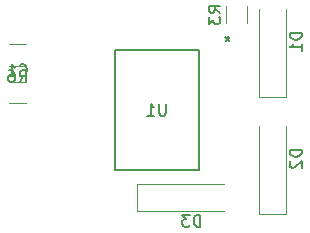
<source format=gbr>
%TF.GenerationSoftware,KiCad,Pcbnew,7.0.7-7.0.7~ubuntu22.04.1*%
%TF.CreationDate,2024-11-14T09:30:22+02:00*%
%TF.ProjectId,EncoderInterface,456e636f-6465-4724-996e-746572666163,rev?*%
%TF.SameCoordinates,PX7e46bbcPY55e586c*%
%TF.FileFunction,Legend,Bot*%
%TF.FilePolarity,Positive*%
%FSLAX46Y46*%
G04 Gerber Fmt 4.6, Leading zero omitted, Abs format (unit mm)*
G04 Created by KiCad (PCBNEW 7.0.7-7.0.7~ubuntu22.04.1) date 2024-11-14 09:30:22*
%MOMM*%
%LPD*%
G01*
G04 APERTURE LIST*
%ADD10C,0.150000*%
%ADD11C,0.152400*%
%ADD12C,0.120000*%
G04 APERTURE END LIST*
D10*
X16622304Y9715181D02*
X16622304Y8905658D01*
X16622304Y8905658D02*
X16574685Y8810420D01*
X16574685Y8810420D02*
X16527066Y8762800D01*
X16527066Y8762800D02*
X16431828Y8715181D01*
X16431828Y8715181D02*
X16241352Y8715181D01*
X16241352Y8715181D02*
X16146114Y8762800D01*
X16146114Y8762800D02*
X16098495Y8810420D01*
X16098495Y8810420D02*
X16050876Y8905658D01*
X16050876Y8905658D02*
X16050876Y9715181D01*
X15050876Y8715181D02*
X15622304Y8715181D01*
X15336590Y8715181D02*
X15336590Y9715181D01*
X15336590Y9715181D02*
X15431828Y9572324D01*
X15431828Y9572324D02*
X15527066Y9477086D01*
X15527066Y9477086D02*
X15622304Y9429467D01*
X21853999Y15480181D02*
X21853999Y15242086D01*
X22092094Y15337324D02*
X21853999Y15242086D01*
X21853999Y15242086D02*
X21615904Y15337324D01*
X21996856Y15051610D02*
X21853999Y15242086D01*
X21853999Y15242086D02*
X21711142Y15051610D01*
X21853999Y15480181D02*
X21853999Y15242086D01*
X22092094Y15337324D02*
X21853999Y15242086D01*
X21853999Y15242086D02*
X21615904Y15337324D01*
X21996856Y15051610D02*
X21853999Y15242086D01*
X21853999Y15242086D02*
X21711142Y15051610D01*
X28108819Y5818095D02*
X27108819Y5818095D01*
X27108819Y5818095D02*
X27108819Y5580000D01*
X27108819Y5580000D02*
X27156438Y5437143D01*
X27156438Y5437143D02*
X27251676Y5341905D01*
X27251676Y5341905D02*
X27346914Y5294286D01*
X27346914Y5294286D02*
X27537390Y5246667D01*
X27537390Y5246667D02*
X27680247Y5246667D01*
X27680247Y5246667D02*
X27870723Y5294286D01*
X27870723Y5294286D02*
X27965961Y5341905D01*
X27965961Y5341905D02*
X28061200Y5437143D01*
X28061200Y5437143D02*
X28108819Y5580000D01*
X28108819Y5580000D02*
X28108819Y5818095D01*
X27204057Y4865714D02*
X27156438Y4818095D01*
X27156438Y4818095D02*
X27108819Y4722857D01*
X27108819Y4722857D02*
X27108819Y4484762D01*
X27108819Y4484762D02*
X27156438Y4389524D01*
X27156438Y4389524D02*
X27204057Y4341905D01*
X27204057Y4341905D02*
X27299295Y4294286D01*
X27299295Y4294286D02*
X27394533Y4294286D01*
X27394533Y4294286D02*
X27537390Y4341905D01*
X27537390Y4341905D02*
X28108819Y4913333D01*
X28108819Y4913333D02*
X28108819Y4294286D01*
X21240819Y17438667D02*
X20764628Y17772000D01*
X21240819Y18010095D02*
X20240819Y18010095D01*
X20240819Y18010095D02*
X20240819Y17629143D01*
X20240819Y17629143D02*
X20288438Y17533905D01*
X20288438Y17533905D02*
X20336057Y17486286D01*
X20336057Y17486286D02*
X20431295Y17438667D01*
X20431295Y17438667D02*
X20574152Y17438667D01*
X20574152Y17438667D02*
X20669390Y17486286D01*
X20669390Y17486286D02*
X20717009Y17533905D01*
X20717009Y17533905D02*
X20764628Y17629143D01*
X20764628Y17629143D02*
X20764628Y18010095D01*
X20240819Y17105333D02*
X20240819Y16486286D01*
X20240819Y16486286D02*
X20621771Y16819619D01*
X20621771Y16819619D02*
X20621771Y16676762D01*
X20621771Y16676762D02*
X20669390Y16581524D01*
X20669390Y16581524D02*
X20717009Y16533905D01*
X20717009Y16533905D02*
X20812247Y16486286D01*
X20812247Y16486286D02*
X21050342Y16486286D01*
X21050342Y16486286D02*
X21145580Y16533905D01*
X21145580Y16533905D02*
X21193200Y16581524D01*
X21193200Y16581524D02*
X21240819Y16676762D01*
X21240819Y16676762D02*
X21240819Y16962476D01*
X21240819Y16962476D02*
X21193200Y17057714D01*
X21193200Y17057714D02*
X21145580Y17105333D01*
X28108819Y15724095D02*
X27108819Y15724095D01*
X27108819Y15724095D02*
X27108819Y15486000D01*
X27108819Y15486000D02*
X27156438Y15343143D01*
X27156438Y15343143D02*
X27251676Y15247905D01*
X27251676Y15247905D02*
X27346914Y15200286D01*
X27346914Y15200286D02*
X27537390Y15152667D01*
X27537390Y15152667D02*
X27680247Y15152667D01*
X27680247Y15152667D02*
X27870723Y15200286D01*
X27870723Y15200286D02*
X27965961Y15247905D01*
X27965961Y15247905D02*
X28061200Y15343143D01*
X28061200Y15343143D02*
X28108819Y15486000D01*
X28108819Y15486000D02*
X28108819Y15724095D01*
X28108819Y14200286D02*
X28108819Y14771714D01*
X28108819Y14486000D02*
X27108819Y14486000D01*
X27108819Y14486000D02*
X27251676Y14581238D01*
X27251676Y14581238D02*
X27346914Y14676476D01*
X27346914Y14676476D02*
X27394533Y14771714D01*
X19534094Y-676819D02*
X19534094Y323181D01*
X19534094Y323181D02*
X19295999Y323181D01*
X19295999Y323181D02*
X19153142Y275562D01*
X19153142Y275562D02*
X19057904Y180324D01*
X19057904Y180324D02*
X19010285Y85086D01*
X19010285Y85086D02*
X18962666Y-105390D01*
X18962666Y-105390D02*
X18962666Y-248247D01*
X18962666Y-248247D02*
X19010285Y-438723D01*
X19010285Y-438723D02*
X19057904Y-533961D01*
X19057904Y-533961D02*
X19153142Y-629200D01*
X19153142Y-629200D02*
X19295999Y-676819D01*
X19295999Y-676819D02*
X19534094Y-676819D01*
X18629332Y323181D02*
X18010285Y323181D01*
X18010285Y323181D02*
X18343618Y-57771D01*
X18343618Y-57771D02*
X18200761Y-57771D01*
X18200761Y-57771D02*
X18105523Y-105390D01*
X18105523Y-105390D02*
X18057904Y-153009D01*
X18057904Y-153009D02*
X18010285Y-248247D01*
X18010285Y-248247D02*
X18010285Y-486342D01*
X18010285Y-486342D02*
X18057904Y-581580D01*
X18057904Y-581580D02*
X18105523Y-629200D01*
X18105523Y-629200D02*
X18200761Y-676819D01*
X18200761Y-676819D02*
X18486475Y-676819D01*
X18486475Y-676819D02*
X18581713Y-629200D01*
X18581713Y-629200D02*
X18629332Y-581580D01*
X4230666Y12158420D02*
X4278285Y12110800D01*
X4278285Y12110800D02*
X4421142Y12063181D01*
X4421142Y12063181D02*
X4516380Y12063181D01*
X4516380Y12063181D02*
X4659237Y12110800D01*
X4659237Y12110800D02*
X4754475Y12206039D01*
X4754475Y12206039D02*
X4802094Y12301277D01*
X4802094Y12301277D02*
X4849713Y12491753D01*
X4849713Y12491753D02*
X4849713Y12634610D01*
X4849713Y12634610D02*
X4802094Y12825086D01*
X4802094Y12825086D02*
X4754475Y12920324D01*
X4754475Y12920324D02*
X4659237Y13015562D01*
X4659237Y13015562D02*
X4516380Y13063181D01*
X4516380Y13063181D02*
X4421142Y13063181D01*
X4421142Y13063181D02*
X4278285Y13015562D01*
X4278285Y13015562D02*
X4230666Y12967943D01*
X3278285Y12063181D02*
X3849713Y12063181D01*
X3563999Y12063181D02*
X3563999Y13063181D01*
X3563999Y13063181D02*
X3659237Y12920324D01*
X3659237Y12920324D02*
X3754475Y12825086D01*
X3754475Y12825086D02*
X3849713Y12777467D01*
X4230666Y11568181D02*
X4563999Y12044372D01*
X4802094Y11568181D02*
X4802094Y12568181D01*
X4802094Y12568181D02*
X4421142Y12568181D01*
X4421142Y12568181D02*
X4325904Y12520562D01*
X4325904Y12520562D02*
X4278285Y12472943D01*
X4278285Y12472943D02*
X4230666Y12377705D01*
X4230666Y12377705D02*
X4230666Y12234848D01*
X4230666Y12234848D02*
X4278285Y12139610D01*
X4278285Y12139610D02*
X4325904Y12091991D01*
X4325904Y12091991D02*
X4421142Y12044372D01*
X4421142Y12044372D02*
X4802094Y12044372D01*
X3373523Y12568181D02*
X3563999Y12568181D01*
X3563999Y12568181D02*
X3659237Y12520562D01*
X3659237Y12520562D02*
X3706856Y12472943D01*
X3706856Y12472943D02*
X3802094Y12330086D01*
X3802094Y12330086D02*
X3849713Y12139610D01*
X3849713Y12139610D02*
X3849713Y11758658D01*
X3849713Y11758658D02*
X3802094Y11663420D01*
X3802094Y11663420D02*
X3754475Y11615800D01*
X3754475Y11615800D02*
X3659237Y11568181D01*
X3659237Y11568181D02*
X3468761Y11568181D01*
X3468761Y11568181D02*
X3373523Y11615800D01*
X3373523Y11615800D02*
X3325904Y11663420D01*
X3325904Y11663420D02*
X3278285Y11758658D01*
X3278285Y11758658D02*
X3278285Y11996753D01*
X3278285Y11996753D02*
X3325904Y12091991D01*
X3325904Y12091991D02*
X3373523Y12139610D01*
X3373523Y12139610D02*
X3468761Y12187229D01*
X3468761Y12187229D02*
X3659237Y12187229D01*
X3659237Y12187229D02*
X3754475Y12139610D01*
X3754475Y12139610D02*
X3802094Y12091991D01*
X3802094Y12091991D02*
X3849713Y11996753D01*
D11*
%TO.C,U1*%
X19416400Y14250000D02*
X19416400Y4090000D01*
X19416400Y4090000D02*
X12304400Y4090000D01*
X12304400Y14250000D02*
X19416400Y14250000D01*
X12304400Y4090000D02*
X12304400Y14250000D01*
D12*
%TO.C,D2*%
X24544000Y420000D02*
X24544000Y7830000D01*
X26764000Y420000D02*
X24544000Y420000D01*
X26764000Y7830000D02*
X26764000Y420000D01*
%TO.C,R3*%
X23516000Y17999064D02*
X23516000Y16544936D01*
X21696000Y17999064D02*
X21696000Y16544936D01*
%TO.C,D1*%
X24544000Y10326000D02*
X24544000Y17736000D01*
X26764000Y10326000D02*
X24544000Y10326000D01*
X26764000Y17736000D02*
X26764000Y10326000D01*
%TO.C,D3*%
X14136000Y2888000D02*
X21546000Y2888000D01*
X14136000Y668000D02*
X14136000Y2888000D01*
X21546000Y668000D02*
X14136000Y668000D01*
%TO.C,C1*%
X4775252Y9758000D02*
X3352748Y9758000D01*
X4775252Y11578000D02*
X3352748Y11578000D01*
%TO.C,R6*%
X3336936Y14753000D02*
X4791064Y14753000D01*
X3336936Y12933000D02*
X4791064Y12933000D01*
%TD*%
M02*

</source>
